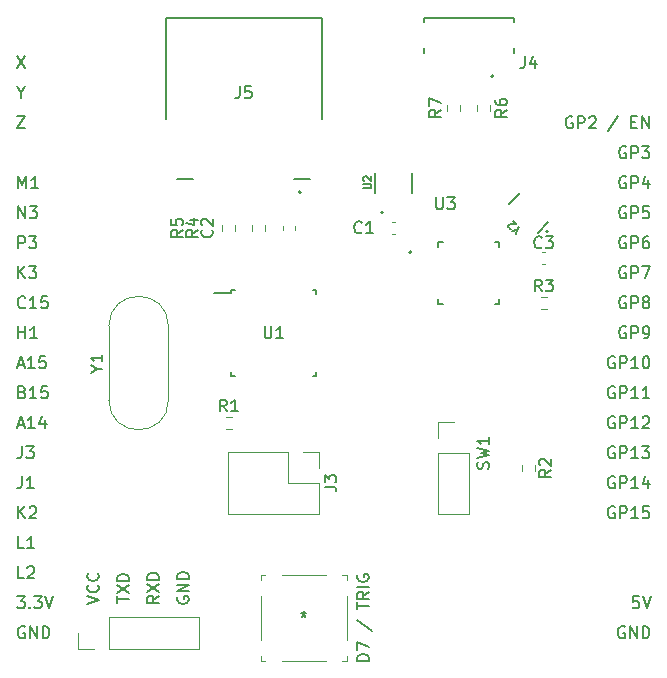
<source format=gbr>
%TF.GenerationSoftware,KiCad,Pcbnew,(6.0.5)*%
%TF.CreationDate,2022-09-12T21:51:21+10:00*%
%TF.ProjectId,shield,73686965-6c64-42e6-9b69-6361645f7063,rev?*%
%TF.SameCoordinates,Original*%
%TF.FileFunction,Legend,Top*%
%TF.FilePolarity,Positive*%
%FSLAX46Y46*%
G04 Gerber Fmt 4.6, Leading zero omitted, Abs format (unit mm)*
G04 Created by KiCad (PCBNEW (6.0.5)) date 2022-09-12 21:51:21*
%MOMM*%
%LPD*%
G01*
G04 APERTURE LIST*
%ADD10C,0.150000*%
%ADD11C,0.127000*%
%ADD12C,0.200000*%
%ADD13C,0.120000*%
G04 APERTURE END LIST*
D10*
X54927619Y-92638571D02*
X55070476Y-92686190D01*
X55118095Y-92733809D01*
X55165714Y-92829047D01*
X55165714Y-92971904D01*
X55118095Y-93067142D01*
X55070476Y-93114761D01*
X54975238Y-93162380D01*
X54594286Y-93162380D01*
X54594286Y-92162380D01*
X54927619Y-92162380D01*
X55022857Y-92210000D01*
X55070476Y-92257619D01*
X55118095Y-92352857D01*
X55118095Y-92448095D01*
X55070476Y-92543333D01*
X55022857Y-92590952D01*
X54927619Y-92638571D01*
X54594286Y-92638571D01*
X56118095Y-93162380D02*
X55546667Y-93162380D01*
X55832381Y-93162380D02*
X55832381Y-92162380D01*
X55737143Y-92305238D01*
X55641905Y-92400476D01*
X55546667Y-92448095D01*
X57022857Y-92162380D02*
X56546667Y-92162380D01*
X56499048Y-92638571D01*
X56546667Y-92590952D01*
X56641905Y-92543333D01*
X56880000Y-92543333D01*
X56975238Y-92590952D01*
X57022857Y-92638571D01*
X57070476Y-92733809D01*
X57070476Y-92971904D01*
X57022857Y-93067142D01*
X56975238Y-93114761D01*
X56880000Y-93162380D01*
X56641905Y-93162380D01*
X56546667Y-93114761D01*
X56499048Y-93067142D01*
X107108571Y-109942380D02*
X106632381Y-109942380D01*
X106584762Y-110418571D01*
X106632381Y-110370952D01*
X106727619Y-110323333D01*
X106965714Y-110323333D01*
X107060952Y-110370952D01*
X107108571Y-110418571D01*
X107156190Y-110513809D01*
X107156190Y-110751904D01*
X107108571Y-110847142D01*
X107060952Y-110894761D01*
X106965714Y-110942380D01*
X106727619Y-110942380D01*
X106632381Y-110894761D01*
X106584762Y-110847142D01*
X107441905Y-109942380D02*
X107775238Y-110942380D01*
X108108571Y-109942380D01*
X55070476Y-108402380D02*
X54594285Y-108402380D01*
X54594285Y-107402380D01*
X55356190Y-107497619D02*
X55403809Y-107450000D01*
X55499047Y-107402380D01*
X55737143Y-107402380D01*
X55832381Y-107450000D01*
X55880000Y-107497619D01*
X55927619Y-107592857D01*
X55927619Y-107688095D01*
X55880000Y-107830952D01*
X55308571Y-108402380D01*
X55927619Y-108402380D01*
X54880000Y-99782380D02*
X54880000Y-100496666D01*
X54832381Y-100639523D01*
X54737143Y-100734761D01*
X54594286Y-100782380D01*
X54499048Y-100782380D01*
X55880000Y-100782380D02*
X55308572Y-100782380D01*
X55594286Y-100782380D02*
X55594286Y-99782380D01*
X55499048Y-99925238D01*
X55403810Y-100020476D01*
X55308572Y-100068095D01*
X68080000Y-109981904D02*
X68032380Y-110077142D01*
X68032380Y-110220000D01*
X68080000Y-110362857D01*
X68175238Y-110458095D01*
X68270476Y-110505714D01*
X68460952Y-110553333D01*
X68603809Y-110553333D01*
X68794285Y-110505714D01*
X68889523Y-110458095D01*
X68984761Y-110362857D01*
X69032380Y-110220000D01*
X69032380Y-110124761D01*
X68984761Y-109981904D01*
X68937142Y-109934285D01*
X68603809Y-109934285D01*
X68603809Y-110124761D01*
X69032380Y-109505714D02*
X68032380Y-109505714D01*
X69032380Y-108934285D01*
X68032380Y-108934285D01*
X69032380Y-108458095D02*
X68032380Y-108458095D01*
X68032380Y-108220000D01*
X68080000Y-108077142D01*
X68175238Y-107981904D01*
X68270476Y-107934285D01*
X68460952Y-107886666D01*
X68603809Y-107886666D01*
X68794285Y-107934285D01*
X68889523Y-107981904D01*
X68984761Y-108077142D01*
X69032380Y-108220000D01*
X69032380Y-108458095D01*
X106013333Y-79510000D02*
X105918095Y-79462380D01*
X105775238Y-79462380D01*
X105632380Y-79510000D01*
X105537142Y-79605238D01*
X105489523Y-79700476D01*
X105441904Y-79890952D01*
X105441904Y-80033809D01*
X105489523Y-80224285D01*
X105537142Y-80319523D01*
X105632380Y-80414761D01*
X105775238Y-80462380D01*
X105870476Y-80462380D01*
X106013333Y-80414761D01*
X106060952Y-80367142D01*
X106060952Y-80033809D01*
X105870476Y-80033809D01*
X106489523Y-80462380D02*
X106489523Y-79462380D01*
X106870476Y-79462380D01*
X106965714Y-79510000D01*
X107013333Y-79557619D01*
X107060952Y-79652857D01*
X107060952Y-79795714D01*
X107013333Y-79890952D01*
X106965714Y-79938571D01*
X106870476Y-79986190D01*
X106489523Y-79986190D01*
X107918095Y-79462380D02*
X107727619Y-79462380D01*
X107632380Y-79510000D01*
X107584761Y-79557619D01*
X107489523Y-79700476D01*
X107441904Y-79890952D01*
X107441904Y-80271904D01*
X107489523Y-80367142D01*
X107537142Y-80414761D01*
X107632380Y-80462380D01*
X107822857Y-80462380D01*
X107918095Y-80414761D01*
X107965714Y-80367142D01*
X108013333Y-80271904D01*
X108013333Y-80033809D01*
X107965714Y-79938571D01*
X107918095Y-79890952D01*
X107822857Y-79843333D01*
X107632380Y-79843333D01*
X107537142Y-79890952D01*
X107489523Y-79938571D01*
X107441904Y-80033809D01*
X54594285Y-83002380D02*
X54594285Y-82002380D01*
X55165714Y-83002380D02*
X54737142Y-82430952D01*
X55165714Y-82002380D02*
X54594285Y-82573809D01*
X55499047Y-82002380D02*
X56118095Y-82002380D01*
X55784761Y-82383333D01*
X55927619Y-82383333D01*
X56022857Y-82430952D01*
X56070476Y-82478571D01*
X56118095Y-82573809D01*
X56118095Y-82811904D01*
X56070476Y-82907142D01*
X56022857Y-82954761D01*
X55927619Y-83002380D01*
X55641904Y-83002380D01*
X55546666Y-82954761D01*
X55499047Y-82907142D01*
X54594286Y-77922380D02*
X54594286Y-76922380D01*
X55165714Y-77922380D01*
X55165714Y-76922380D01*
X55546667Y-76922380D02*
X56165714Y-76922380D01*
X55832381Y-77303333D01*
X55975238Y-77303333D01*
X56070476Y-77350952D01*
X56118095Y-77398571D01*
X56165714Y-77493809D01*
X56165714Y-77731904D01*
X56118095Y-77827142D01*
X56070476Y-77874761D01*
X55975238Y-77922380D01*
X55689524Y-77922380D01*
X55594286Y-77874761D01*
X55546667Y-77827142D01*
X101489524Y-69350000D02*
X101394286Y-69302380D01*
X101251429Y-69302380D01*
X101108572Y-69350000D01*
X101013334Y-69445238D01*
X100965715Y-69540476D01*
X100918095Y-69730952D01*
X100918095Y-69873809D01*
X100965715Y-70064285D01*
X101013334Y-70159523D01*
X101108572Y-70254761D01*
X101251429Y-70302380D01*
X101346667Y-70302380D01*
X101489524Y-70254761D01*
X101537143Y-70207142D01*
X101537143Y-69873809D01*
X101346667Y-69873809D01*
X101965715Y-70302380D02*
X101965715Y-69302380D01*
X102346667Y-69302380D01*
X102441905Y-69350000D01*
X102489524Y-69397619D01*
X102537143Y-69492857D01*
X102537143Y-69635714D01*
X102489524Y-69730952D01*
X102441905Y-69778571D01*
X102346667Y-69826190D01*
X101965715Y-69826190D01*
X102918095Y-69397619D02*
X102965715Y-69350000D01*
X103060953Y-69302380D01*
X103299048Y-69302380D01*
X103394286Y-69350000D01*
X103441905Y-69397619D01*
X103489524Y-69492857D01*
X103489524Y-69588095D01*
X103441905Y-69730952D01*
X102870476Y-70302380D01*
X103489524Y-70302380D01*
X105394286Y-69254761D02*
X104537143Y-70540476D01*
X106489524Y-69778571D02*
X106822857Y-69778571D01*
X106965715Y-70302380D02*
X106489524Y-70302380D01*
X106489524Y-69302380D01*
X106965715Y-69302380D01*
X107394286Y-70302380D02*
X107394286Y-69302380D01*
X107965715Y-70302380D01*
X107965715Y-69302380D01*
X54594286Y-75382380D02*
X54594286Y-74382380D01*
X54927619Y-75096666D01*
X55260952Y-74382380D01*
X55260952Y-75382380D01*
X56260952Y-75382380D02*
X55689524Y-75382380D01*
X55975238Y-75382380D02*
X55975238Y-74382380D01*
X55880000Y-74525238D01*
X55784762Y-74620476D01*
X55689524Y-74668095D01*
X105060952Y-94750000D02*
X104965714Y-94702380D01*
X104822857Y-94702380D01*
X104680000Y-94750000D01*
X104584762Y-94845238D01*
X104537143Y-94940476D01*
X104489524Y-95130952D01*
X104489524Y-95273809D01*
X104537143Y-95464285D01*
X104584762Y-95559523D01*
X104680000Y-95654761D01*
X104822857Y-95702380D01*
X104918095Y-95702380D01*
X105060952Y-95654761D01*
X105108571Y-95607142D01*
X105108571Y-95273809D01*
X104918095Y-95273809D01*
X105537143Y-95702380D02*
X105537143Y-94702380D01*
X105918095Y-94702380D01*
X106013333Y-94750000D01*
X106060952Y-94797619D01*
X106108571Y-94892857D01*
X106108571Y-95035714D01*
X106060952Y-95130952D01*
X106013333Y-95178571D01*
X105918095Y-95226190D01*
X105537143Y-95226190D01*
X107060952Y-95702380D02*
X106489524Y-95702380D01*
X106775238Y-95702380D02*
X106775238Y-94702380D01*
X106680000Y-94845238D01*
X106584762Y-94940476D01*
X106489524Y-94988095D01*
X107441905Y-94797619D02*
X107489524Y-94750000D01*
X107584762Y-94702380D01*
X107822857Y-94702380D01*
X107918095Y-94750000D01*
X107965714Y-94797619D01*
X108013333Y-94892857D01*
X108013333Y-94988095D01*
X107965714Y-95130952D01*
X107394286Y-95702380D01*
X108013333Y-95702380D01*
X66492380Y-109886666D02*
X66016190Y-110220000D01*
X66492380Y-110458095D02*
X65492380Y-110458095D01*
X65492380Y-110077142D01*
X65540000Y-109981904D01*
X65587619Y-109934285D01*
X65682857Y-109886666D01*
X65825714Y-109886666D01*
X65920952Y-109934285D01*
X65968571Y-109981904D01*
X66016190Y-110077142D01*
X66016190Y-110458095D01*
X65492380Y-109553333D02*
X66492380Y-108886666D01*
X65492380Y-108886666D02*
X66492380Y-109553333D01*
X66492380Y-108505714D02*
X65492380Y-108505714D01*
X65492380Y-108267619D01*
X65540000Y-108124761D01*
X65635238Y-108029523D01*
X65730476Y-107981904D01*
X65920952Y-107934285D01*
X66063809Y-107934285D01*
X66254285Y-107981904D01*
X66349523Y-108029523D01*
X66444761Y-108124761D01*
X66492380Y-108267619D01*
X66492380Y-108505714D01*
X54546666Y-95416666D02*
X55022857Y-95416666D01*
X54451428Y-95702380D02*
X54784762Y-94702380D01*
X55118095Y-95702380D01*
X55975238Y-95702380D02*
X55403809Y-95702380D01*
X55689523Y-95702380D02*
X55689523Y-94702380D01*
X55594285Y-94845238D01*
X55499047Y-94940476D01*
X55403809Y-94988095D01*
X56832381Y-95035714D02*
X56832381Y-95702380D01*
X56594285Y-94654761D02*
X56356190Y-95369047D01*
X56975238Y-95369047D01*
X54784762Y-67286190D02*
X54784762Y-67762380D01*
X54451428Y-66762380D02*
X54784762Y-67286190D01*
X55118095Y-66762380D01*
X105060952Y-89670000D02*
X104965714Y-89622380D01*
X104822857Y-89622380D01*
X104680000Y-89670000D01*
X104584762Y-89765238D01*
X104537143Y-89860476D01*
X104489524Y-90050952D01*
X104489524Y-90193809D01*
X104537143Y-90384285D01*
X104584762Y-90479523D01*
X104680000Y-90574761D01*
X104822857Y-90622380D01*
X104918095Y-90622380D01*
X105060952Y-90574761D01*
X105108571Y-90527142D01*
X105108571Y-90193809D01*
X104918095Y-90193809D01*
X105537143Y-90622380D02*
X105537143Y-89622380D01*
X105918095Y-89622380D01*
X106013333Y-89670000D01*
X106060952Y-89717619D01*
X106108571Y-89812857D01*
X106108571Y-89955714D01*
X106060952Y-90050952D01*
X106013333Y-90098571D01*
X105918095Y-90146190D01*
X105537143Y-90146190D01*
X107060952Y-90622380D02*
X106489524Y-90622380D01*
X106775238Y-90622380D02*
X106775238Y-89622380D01*
X106680000Y-89765238D01*
X106584762Y-89860476D01*
X106489524Y-89908095D01*
X107680000Y-89622380D02*
X107775238Y-89622380D01*
X107870476Y-89670000D01*
X107918095Y-89717619D01*
X107965714Y-89812857D01*
X108013333Y-90003333D01*
X108013333Y-90241428D01*
X107965714Y-90431904D01*
X107918095Y-90527142D01*
X107870476Y-90574761D01*
X107775238Y-90622380D01*
X107680000Y-90622380D01*
X107584762Y-90574761D01*
X107537143Y-90527142D01*
X107489524Y-90431904D01*
X107441905Y-90241428D01*
X107441905Y-90003333D01*
X107489524Y-89812857D01*
X107537143Y-89717619D01*
X107584762Y-89670000D01*
X107680000Y-89622380D01*
X105060952Y-97290000D02*
X104965714Y-97242380D01*
X104822857Y-97242380D01*
X104680000Y-97290000D01*
X104584762Y-97385238D01*
X104537143Y-97480476D01*
X104489524Y-97670952D01*
X104489524Y-97813809D01*
X104537143Y-98004285D01*
X104584762Y-98099523D01*
X104680000Y-98194761D01*
X104822857Y-98242380D01*
X104918095Y-98242380D01*
X105060952Y-98194761D01*
X105108571Y-98147142D01*
X105108571Y-97813809D01*
X104918095Y-97813809D01*
X105537143Y-98242380D02*
X105537143Y-97242380D01*
X105918095Y-97242380D01*
X106013333Y-97290000D01*
X106060952Y-97337619D01*
X106108571Y-97432857D01*
X106108571Y-97575714D01*
X106060952Y-97670952D01*
X106013333Y-97718571D01*
X105918095Y-97766190D01*
X105537143Y-97766190D01*
X107060952Y-98242380D02*
X106489524Y-98242380D01*
X106775238Y-98242380D02*
X106775238Y-97242380D01*
X106680000Y-97385238D01*
X106584762Y-97480476D01*
X106489524Y-97528095D01*
X107394286Y-97242380D02*
X108013333Y-97242380D01*
X107680000Y-97623333D01*
X107822857Y-97623333D01*
X107918095Y-97670952D01*
X107965714Y-97718571D01*
X108013333Y-97813809D01*
X108013333Y-98051904D01*
X107965714Y-98147142D01*
X107918095Y-98194761D01*
X107822857Y-98242380D01*
X107537143Y-98242380D01*
X107441905Y-98194761D01*
X107394286Y-98147142D01*
X105060952Y-99830000D02*
X104965714Y-99782380D01*
X104822857Y-99782380D01*
X104680000Y-99830000D01*
X104584762Y-99925238D01*
X104537143Y-100020476D01*
X104489524Y-100210952D01*
X104489524Y-100353809D01*
X104537143Y-100544285D01*
X104584762Y-100639523D01*
X104680000Y-100734761D01*
X104822857Y-100782380D01*
X104918095Y-100782380D01*
X105060952Y-100734761D01*
X105108571Y-100687142D01*
X105108571Y-100353809D01*
X104918095Y-100353809D01*
X105537143Y-100782380D02*
X105537143Y-99782380D01*
X105918095Y-99782380D01*
X106013333Y-99830000D01*
X106060952Y-99877619D01*
X106108571Y-99972857D01*
X106108571Y-100115714D01*
X106060952Y-100210952D01*
X106013333Y-100258571D01*
X105918095Y-100306190D01*
X105537143Y-100306190D01*
X107060952Y-100782380D02*
X106489524Y-100782380D01*
X106775238Y-100782380D02*
X106775238Y-99782380D01*
X106680000Y-99925238D01*
X106584762Y-100020476D01*
X106489524Y-100068095D01*
X107918095Y-100115714D02*
X107918095Y-100782380D01*
X107680000Y-99734761D02*
X107441905Y-100449047D01*
X108060952Y-100449047D01*
X105060952Y-102370000D02*
X104965714Y-102322380D01*
X104822857Y-102322380D01*
X104680000Y-102370000D01*
X104584762Y-102465238D01*
X104537143Y-102560476D01*
X104489524Y-102750952D01*
X104489524Y-102893809D01*
X104537143Y-103084285D01*
X104584762Y-103179523D01*
X104680000Y-103274761D01*
X104822857Y-103322380D01*
X104918095Y-103322380D01*
X105060952Y-103274761D01*
X105108571Y-103227142D01*
X105108571Y-102893809D01*
X104918095Y-102893809D01*
X105537143Y-103322380D02*
X105537143Y-102322380D01*
X105918095Y-102322380D01*
X106013333Y-102370000D01*
X106060952Y-102417619D01*
X106108571Y-102512857D01*
X106108571Y-102655714D01*
X106060952Y-102750952D01*
X106013333Y-102798571D01*
X105918095Y-102846190D01*
X105537143Y-102846190D01*
X107060952Y-103322380D02*
X106489524Y-103322380D01*
X106775238Y-103322380D02*
X106775238Y-102322380D01*
X106680000Y-102465238D01*
X106584762Y-102560476D01*
X106489524Y-102608095D01*
X107965714Y-102322380D02*
X107489524Y-102322380D01*
X107441905Y-102798571D01*
X107489524Y-102750952D01*
X107584762Y-102703333D01*
X107822857Y-102703333D01*
X107918095Y-102750952D01*
X107965714Y-102798571D01*
X108013333Y-102893809D01*
X108013333Y-103131904D01*
X107965714Y-103227142D01*
X107918095Y-103274761D01*
X107822857Y-103322380D01*
X107584762Y-103322380D01*
X107489524Y-103274761D01*
X107441905Y-103227142D01*
X54880000Y-97242380D02*
X54880000Y-97956666D01*
X54832381Y-98099523D01*
X54737143Y-98194761D01*
X54594286Y-98242380D01*
X54499048Y-98242380D01*
X55260953Y-97242380D02*
X55880000Y-97242380D01*
X55546667Y-97623333D01*
X55689524Y-97623333D01*
X55784762Y-97670952D01*
X55832381Y-97718571D01*
X55880000Y-97813809D01*
X55880000Y-98051904D01*
X55832381Y-98147142D01*
X55784762Y-98194761D01*
X55689524Y-98242380D01*
X55403810Y-98242380D01*
X55308572Y-98194761D01*
X55260953Y-98147142D01*
X106013333Y-76970000D02*
X105918095Y-76922380D01*
X105775238Y-76922380D01*
X105632380Y-76970000D01*
X105537142Y-77065238D01*
X105489523Y-77160476D01*
X105441904Y-77350952D01*
X105441904Y-77493809D01*
X105489523Y-77684285D01*
X105537142Y-77779523D01*
X105632380Y-77874761D01*
X105775238Y-77922380D01*
X105870476Y-77922380D01*
X106013333Y-77874761D01*
X106060952Y-77827142D01*
X106060952Y-77493809D01*
X105870476Y-77493809D01*
X106489523Y-77922380D02*
X106489523Y-76922380D01*
X106870476Y-76922380D01*
X106965714Y-76970000D01*
X107013333Y-77017619D01*
X107060952Y-77112857D01*
X107060952Y-77255714D01*
X107013333Y-77350952D01*
X106965714Y-77398571D01*
X106870476Y-77446190D01*
X106489523Y-77446190D01*
X107965714Y-76922380D02*
X107489523Y-76922380D01*
X107441904Y-77398571D01*
X107489523Y-77350952D01*
X107584761Y-77303333D01*
X107822857Y-77303333D01*
X107918095Y-77350952D01*
X107965714Y-77398571D01*
X108013333Y-77493809D01*
X108013333Y-77731904D01*
X107965714Y-77827142D01*
X107918095Y-77874761D01*
X107822857Y-77922380D01*
X107584761Y-77922380D01*
X107489523Y-77874761D01*
X107441904Y-77827142D01*
X55118095Y-112530000D02*
X55022857Y-112482380D01*
X54880000Y-112482380D01*
X54737142Y-112530000D01*
X54641904Y-112625238D01*
X54594285Y-112720476D01*
X54546666Y-112910952D01*
X54546666Y-113053809D01*
X54594285Y-113244285D01*
X54641904Y-113339523D01*
X54737142Y-113434761D01*
X54880000Y-113482380D01*
X54975238Y-113482380D01*
X55118095Y-113434761D01*
X55165714Y-113387142D01*
X55165714Y-113053809D01*
X54975238Y-113053809D01*
X55594285Y-113482380D02*
X55594285Y-112482380D01*
X56165714Y-113482380D01*
X56165714Y-112482380D01*
X56641904Y-113482380D02*
X56641904Y-112482380D01*
X56880000Y-112482380D01*
X57022857Y-112530000D01*
X57118095Y-112625238D01*
X57165714Y-112720476D01*
X57213333Y-112910952D01*
X57213333Y-113053809D01*
X57165714Y-113244285D01*
X57118095Y-113339523D01*
X57022857Y-113434761D01*
X56880000Y-113482380D01*
X56641904Y-113482380D01*
X106013333Y-84590000D02*
X105918095Y-84542380D01*
X105775238Y-84542380D01*
X105632380Y-84590000D01*
X105537142Y-84685238D01*
X105489523Y-84780476D01*
X105441904Y-84970952D01*
X105441904Y-85113809D01*
X105489523Y-85304285D01*
X105537142Y-85399523D01*
X105632380Y-85494761D01*
X105775238Y-85542380D01*
X105870476Y-85542380D01*
X106013333Y-85494761D01*
X106060952Y-85447142D01*
X106060952Y-85113809D01*
X105870476Y-85113809D01*
X106489523Y-85542380D02*
X106489523Y-84542380D01*
X106870476Y-84542380D01*
X106965714Y-84590000D01*
X107013333Y-84637619D01*
X107060952Y-84732857D01*
X107060952Y-84875714D01*
X107013333Y-84970952D01*
X106965714Y-85018571D01*
X106870476Y-85066190D01*
X106489523Y-85066190D01*
X107632380Y-84970952D02*
X107537142Y-84923333D01*
X107489523Y-84875714D01*
X107441904Y-84780476D01*
X107441904Y-84732857D01*
X107489523Y-84637619D01*
X107537142Y-84590000D01*
X107632380Y-84542380D01*
X107822857Y-84542380D01*
X107918095Y-84590000D01*
X107965714Y-84637619D01*
X108013333Y-84732857D01*
X108013333Y-84780476D01*
X107965714Y-84875714D01*
X107918095Y-84923333D01*
X107822857Y-84970952D01*
X107632380Y-84970952D01*
X107537142Y-85018571D01*
X107489523Y-85066190D01*
X107441904Y-85161428D01*
X107441904Y-85351904D01*
X107489523Y-85447142D01*
X107537142Y-85494761D01*
X107632380Y-85542380D01*
X107822857Y-85542380D01*
X107918095Y-85494761D01*
X107965714Y-85447142D01*
X108013333Y-85351904D01*
X108013333Y-85161428D01*
X107965714Y-85066190D01*
X107918095Y-85018571D01*
X107822857Y-84970952D01*
X54594285Y-103322380D02*
X54594285Y-102322380D01*
X55165714Y-103322380D02*
X54737142Y-102750952D01*
X55165714Y-102322380D02*
X54594285Y-102893809D01*
X55546666Y-102417619D02*
X55594285Y-102370000D01*
X55689523Y-102322380D01*
X55927619Y-102322380D01*
X56022857Y-102370000D01*
X56070476Y-102417619D01*
X56118095Y-102512857D01*
X56118095Y-102608095D01*
X56070476Y-102750952D01*
X55499047Y-103322380D01*
X56118095Y-103322380D01*
X54499047Y-109942380D02*
X55118095Y-109942380D01*
X54784761Y-110323333D01*
X54927618Y-110323333D01*
X55022857Y-110370952D01*
X55070476Y-110418571D01*
X55118095Y-110513809D01*
X55118095Y-110751904D01*
X55070476Y-110847142D01*
X55022857Y-110894761D01*
X54927618Y-110942380D01*
X54641904Y-110942380D01*
X54546666Y-110894761D01*
X54499047Y-110847142D01*
X55546666Y-110847142D02*
X55594285Y-110894761D01*
X55546666Y-110942380D01*
X55499047Y-110894761D01*
X55546666Y-110847142D01*
X55546666Y-110942380D01*
X55927618Y-109942380D02*
X56546666Y-109942380D01*
X56213333Y-110323333D01*
X56356190Y-110323333D01*
X56451428Y-110370952D01*
X56499047Y-110418571D01*
X56546666Y-110513809D01*
X56546666Y-110751904D01*
X56499047Y-110847142D01*
X56451428Y-110894761D01*
X56356190Y-110942380D01*
X56070476Y-110942380D01*
X55975238Y-110894761D01*
X55927618Y-110847142D01*
X56832380Y-109942380D02*
X57165714Y-110942380D01*
X57499047Y-109942380D01*
X54594285Y-80462380D02*
X54594285Y-79462380D01*
X54975238Y-79462380D01*
X55070476Y-79510000D01*
X55118095Y-79557619D01*
X55165714Y-79652857D01*
X55165714Y-79795714D01*
X55118095Y-79890952D01*
X55070476Y-79938571D01*
X54975238Y-79986190D01*
X54594285Y-79986190D01*
X55499047Y-79462380D02*
X56118095Y-79462380D01*
X55784761Y-79843333D01*
X55927619Y-79843333D01*
X56022857Y-79890952D01*
X56070476Y-79938571D01*
X56118095Y-80033809D01*
X56118095Y-80271904D01*
X56070476Y-80367142D01*
X56022857Y-80414761D01*
X55927619Y-80462380D01*
X55641904Y-80462380D01*
X55546666Y-80414761D01*
X55499047Y-80367142D01*
X54594286Y-88082380D02*
X54594286Y-87082380D01*
X54594286Y-87558571D02*
X55165714Y-87558571D01*
X55165714Y-88082380D02*
X55165714Y-87082380D01*
X56165714Y-88082380D02*
X55594286Y-88082380D01*
X55880000Y-88082380D02*
X55880000Y-87082380D01*
X55784762Y-87225238D01*
X55689524Y-87320476D01*
X55594286Y-87368095D01*
X106013333Y-74430000D02*
X105918095Y-74382380D01*
X105775238Y-74382380D01*
X105632380Y-74430000D01*
X105537142Y-74525238D01*
X105489523Y-74620476D01*
X105441904Y-74810952D01*
X105441904Y-74953809D01*
X105489523Y-75144285D01*
X105537142Y-75239523D01*
X105632380Y-75334761D01*
X105775238Y-75382380D01*
X105870476Y-75382380D01*
X106013333Y-75334761D01*
X106060952Y-75287142D01*
X106060952Y-74953809D01*
X105870476Y-74953809D01*
X106489523Y-75382380D02*
X106489523Y-74382380D01*
X106870476Y-74382380D01*
X106965714Y-74430000D01*
X107013333Y-74477619D01*
X107060952Y-74572857D01*
X107060952Y-74715714D01*
X107013333Y-74810952D01*
X106965714Y-74858571D01*
X106870476Y-74906190D01*
X106489523Y-74906190D01*
X107918095Y-74715714D02*
X107918095Y-75382380D01*
X107679999Y-74334761D02*
X107441904Y-75049047D01*
X108060952Y-75049047D01*
X55165714Y-85447142D02*
X55118095Y-85494761D01*
X54975238Y-85542380D01*
X54880000Y-85542380D01*
X54737143Y-85494761D01*
X54641905Y-85399523D01*
X54594286Y-85304285D01*
X54546667Y-85113809D01*
X54546667Y-84970952D01*
X54594286Y-84780476D01*
X54641905Y-84685238D01*
X54737143Y-84590000D01*
X54880000Y-84542380D01*
X54975238Y-84542380D01*
X55118095Y-84590000D01*
X55165714Y-84637619D01*
X56118095Y-85542380D02*
X55546667Y-85542380D01*
X55832381Y-85542380D02*
X55832381Y-84542380D01*
X55737143Y-84685238D01*
X55641905Y-84780476D01*
X55546667Y-84828095D01*
X57022857Y-84542380D02*
X56546667Y-84542380D01*
X56499048Y-85018571D01*
X56546667Y-84970952D01*
X56641905Y-84923333D01*
X56880000Y-84923333D01*
X56975238Y-84970952D01*
X57022857Y-85018571D01*
X57070476Y-85113809D01*
X57070476Y-85351904D01*
X57022857Y-85447142D01*
X56975238Y-85494761D01*
X56880000Y-85542380D01*
X56641905Y-85542380D01*
X56546667Y-85494761D01*
X56499048Y-85447142D01*
X105060952Y-92210000D02*
X104965714Y-92162380D01*
X104822857Y-92162380D01*
X104680000Y-92210000D01*
X104584762Y-92305238D01*
X104537143Y-92400476D01*
X104489524Y-92590952D01*
X104489524Y-92733809D01*
X104537143Y-92924285D01*
X104584762Y-93019523D01*
X104680000Y-93114761D01*
X104822857Y-93162380D01*
X104918095Y-93162380D01*
X105060952Y-93114761D01*
X105108571Y-93067142D01*
X105108571Y-92733809D01*
X104918095Y-92733809D01*
X105537143Y-93162380D02*
X105537143Y-92162380D01*
X105918095Y-92162380D01*
X106013333Y-92210000D01*
X106060952Y-92257619D01*
X106108571Y-92352857D01*
X106108571Y-92495714D01*
X106060952Y-92590952D01*
X106013333Y-92638571D01*
X105918095Y-92686190D01*
X105537143Y-92686190D01*
X107060952Y-93162380D02*
X106489524Y-93162380D01*
X106775238Y-93162380D02*
X106775238Y-92162380D01*
X106680000Y-92305238D01*
X106584762Y-92400476D01*
X106489524Y-92448095D01*
X108013333Y-93162380D02*
X107441905Y-93162380D01*
X107727619Y-93162380D02*
X107727619Y-92162380D01*
X107632381Y-92305238D01*
X107537143Y-92400476D01*
X107441905Y-92448095D01*
X105918095Y-112530000D02*
X105822857Y-112482380D01*
X105680000Y-112482380D01*
X105537142Y-112530000D01*
X105441904Y-112625238D01*
X105394285Y-112720476D01*
X105346666Y-112910952D01*
X105346666Y-113053809D01*
X105394285Y-113244285D01*
X105441904Y-113339523D01*
X105537142Y-113434761D01*
X105680000Y-113482380D01*
X105775238Y-113482380D01*
X105918095Y-113434761D01*
X105965714Y-113387142D01*
X105965714Y-113053809D01*
X105775238Y-113053809D01*
X106394285Y-113482380D02*
X106394285Y-112482380D01*
X106965714Y-113482380D01*
X106965714Y-112482380D01*
X107441904Y-113482380D02*
X107441904Y-112482380D01*
X107680000Y-112482380D01*
X107822857Y-112530000D01*
X107918095Y-112625238D01*
X107965714Y-112720476D01*
X108013333Y-112910952D01*
X108013333Y-113053809D01*
X107965714Y-113244285D01*
X107918095Y-113339523D01*
X107822857Y-113434761D01*
X107680000Y-113482380D01*
X107441904Y-113482380D01*
X54499047Y-64222380D02*
X55165714Y-65222380D01*
X55165714Y-64222380D02*
X54499047Y-65222380D01*
X55070476Y-105862380D02*
X54594285Y-105862380D01*
X54594285Y-104862380D01*
X55927619Y-105862380D02*
X55356190Y-105862380D01*
X55641904Y-105862380D02*
X55641904Y-104862380D01*
X55546666Y-105005238D01*
X55451428Y-105100476D01*
X55356190Y-105148095D01*
X106013333Y-71890000D02*
X105918095Y-71842380D01*
X105775238Y-71842380D01*
X105632380Y-71890000D01*
X105537142Y-71985238D01*
X105489523Y-72080476D01*
X105441904Y-72270952D01*
X105441904Y-72413809D01*
X105489523Y-72604285D01*
X105537142Y-72699523D01*
X105632380Y-72794761D01*
X105775238Y-72842380D01*
X105870476Y-72842380D01*
X106013333Y-72794761D01*
X106060952Y-72747142D01*
X106060952Y-72413809D01*
X105870476Y-72413809D01*
X106489523Y-72842380D02*
X106489523Y-71842380D01*
X106870476Y-71842380D01*
X106965714Y-71890000D01*
X107013333Y-71937619D01*
X107060952Y-72032857D01*
X107060952Y-72175714D01*
X107013333Y-72270952D01*
X106965714Y-72318571D01*
X106870476Y-72366190D01*
X106489523Y-72366190D01*
X107394285Y-71842380D02*
X108013333Y-71842380D01*
X107679999Y-72223333D01*
X107822857Y-72223333D01*
X107918095Y-72270952D01*
X107965714Y-72318571D01*
X108013333Y-72413809D01*
X108013333Y-72651904D01*
X107965714Y-72747142D01*
X107918095Y-72794761D01*
X107822857Y-72842380D01*
X107537142Y-72842380D01*
X107441904Y-72794761D01*
X107394285Y-72747142D01*
X106013333Y-82050000D02*
X105918095Y-82002380D01*
X105775238Y-82002380D01*
X105632380Y-82050000D01*
X105537142Y-82145238D01*
X105489523Y-82240476D01*
X105441904Y-82430952D01*
X105441904Y-82573809D01*
X105489523Y-82764285D01*
X105537142Y-82859523D01*
X105632380Y-82954761D01*
X105775238Y-83002380D01*
X105870476Y-83002380D01*
X106013333Y-82954761D01*
X106060952Y-82907142D01*
X106060952Y-82573809D01*
X105870476Y-82573809D01*
X106489523Y-83002380D02*
X106489523Y-82002380D01*
X106870476Y-82002380D01*
X106965714Y-82050000D01*
X107013333Y-82097619D01*
X107060952Y-82192857D01*
X107060952Y-82335714D01*
X107013333Y-82430952D01*
X106965714Y-82478571D01*
X106870476Y-82526190D01*
X106489523Y-82526190D01*
X107394285Y-82002380D02*
X108060952Y-82002380D01*
X107632380Y-83002380D01*
X62952380Y-110481904D02*
X62952380Y-109910476D01*
X63952380Y-110196190D02*
X62952380Y-110196190D01*
X62952380Y-109672380D02*
X63952380Y-109005714D01*
X62952380Y-109005714D02*
X63952380Y-109672380D01*
X63952380Y-108624761D02*
X62952380Y-108624761D01*
X62952380Y-108386666D01*
X63000000Y-108243809D01*
X63095238Y-108148571D01*
X63190476Y-108100952D01*
X63380952Y-108053333D01*
X63523809Y-108053333D01*
X63714285Y-108100952D01*
X63809523Y-108148571D01*
X63904761Y-108243809D01*
X63952380Y-108386666D01*
X63952380Y-108624761D01*
X106013333Y-87130000D02*
X105918095Y-87082380D01*
X105775238Y-87082380D01*
X105632380Y-87130000D01*
X105537142Y-87225238D01*
X105489523Y-87320476D01*
X105441904Y-87510952D01*
X105441904Y-87653809D01*
X105489523Y-87844285D01*
X105537142Y-87939523D01*
X105632380Y-88034761D01*
X105775238Y-88082380D01*
X105870476Y-88082380D01*
X106013333Y-88034761D01*
X106060952Y-87987142D01*
X106060952Y-87653809D01*
X105870476Y-87653809D01*
X106489523Y-88082380D02*
X106489523Y-87082380D01*
X106870476Y-87082380D01*
X106965714Y-87130000D01*
X107013333Y-87177619D01*
X107060952Y-87272857D01*
X107060952Y-87415714D01*
X107013333Y-87510952D01*
X106965714Y-87558571D01*
X106870476Y-87606190D01*
X106489523Y-87606190D01*
X107537142Y-88082380D02*
X107727619Y-88082380D01*
X107822857Y-88034761D01*
X107870476Y-87987142D01*
X107965714Y-87844285D01*
X108013333Y-87653809D01*
X108013333Y-87272857D01*
X107965714Y-87177619D01*
X107918095Y-87130000D01*
X107822857Y-87082380D01*
X107632380Y-87082380D01*
X107537142Y-87130000D01*
X107489523Y-87177619D01*
X107441904Y-87272857D01*
X107441904Y-87510952D01*
X107489523Y-87606190D01*
X107537142Y-87653809D01*
X107632380Y-87701428D01*
X107822857Y-87701428D01*
X107918095Y-87653809D01*
X107965714Y-87606190D01*
X108013333Y-87510952D01*
X60412380Y-110553333D02*
X61412380Y-110220000D01*
X60412380Y-109886666D01*
X61317142Y-108981904D02*
X61364761Y-109029523D01*
X61412380Y-109172380D01*
X61412380Y-109267619D01*
X61364761Y-109410476D01*
X61269523Y-109505714D01*
X61174285Y-109553333D01*
X60983809Y-109600952D01*
X60840952Y-109600952D01*
X60650476Y-109553333D01*
X60555238Y-109505714D01*
X60460000Y-109410476D01*
X60412380Y-109267619D01*
X60412380Y-109172380D01*
X60460000Y-109029523D01*
X60507619Y-108981904D01*
X61317142Y-107981904D02*
X61364761Y-108029523D01*
X61412380Y-108172380D01*
X61412380Y-108267619D01*
X61364761Y-108410476D01*
X61269523Y-108505714D01*
X61174285Y-108553333D01*
X60983809Y-108600952D01*
X60840952Y-108600952D01*
X60650476Y-108553333D01*
X60555238Y-108505714D01*
X60460000Y-108410476D01*
X60412380Y-108267619D01*
X60412380Y-108172380D01*
X60460000Y-108029523D01*
X60507619Y-107981904D01*
X54546666Y-90336666D02*
X55022857Y-90336666D01*
X54451428Y-90622380D02*
X54784762Y-89622380D01*
X55118095Y-90622380D01*
X55975238Y-90622380D02*
X55403809Y-90622380D01*
X55689523Y-90622380D02*
X55689523Y-89622380D01*
X55594285Y-89765238D01*
X55499047Y-89860476D01*
X55403809Y-89908095D01*
X56880000Y-89622380D02*
X56403809Y-89622380D01*
X56356190Y-90098571D01*
X56403809Y-90050952D01*
X56499047Y-90003333D01*
X56737143Y-90003333D01*
X56832381Y-90050952D01*
X56880000Y-90098571D01*
X56927619Y-90193809D01*
X56927619Y-90431904D01*
X56880000Y-90527142D01*
X56832381Y-90574761D01*
X56737143Y-90622380D01*
X56499047Y-90622380D01*
X56403809Y-90574761D01*
X56356190Y-90527142D01*
X54499047Y-69302380D02*
X55165714Y-69302380D01*
X54499047Y-70302380D01*
X55165714Y-70302380D01*
%TO.C,Y2*%
X96765490Y-78880254D02*
X96980989Y-78664754D01*
X96679290Y-79268152D02*
X96765490Y-78880254D01*
X96377591Y-78966453D01*
X96291391Y-78794054D02*
X96248292Y-78794054D01*
X96183642Y-78772504D01*
X96075892Y-78664754D01*
X96054342Y-78600105D01*
X96054342Y-78557005D01*
X96075892Y-78492355D01*
X96118992Y-78449255D01*
X96205192Y-78406155D01*
X96722390Y-78406155D01*
X96442241Y-78126006D01*
%TO.C,J7*%
X84272380Y-115402857D02*
X83272380Y-115402857D01*
X83272380Y-115164761D01*
X83320000Y-115021904D01*
X83415238Y-114926666D01*
X83510476Y-114879047D01*
X83700952Y-114831428D01*
X83843809Y-114831428D01*
X84034285Y-114879047D01*
X84129523Y-114926666D01*
X84224761Y-115021904D01*
X84272380Y-115164761D01*
X84272380Y-115402857D01*
X83272380Y-114498095D02*
X83272380Y-113831428D01*
X84272380Y-114260000D01*
X83224761Y-111974285D02*
X84510476Y-112831428D01*
X83272380Y-111021904D02*
X83272380Y-110450476D01*
X84272380Y-110736190D02*
X83272380Y-110736190D01*
X84272380Y-109545714D02*
X83796190Y-109879047D01*
X84272380Y-110117142D02*
X83272380Y-110117142D01*
X83272380Y-109736190D01*
X83320000Y-109640952D01*
X83367619Y-109593333D01*
X83462857Y-109545714D01*
X83605714Y-109545714D01*
X83700952Y-109593333D01*
X83748571Y-109640952D01*
X83796190Y-109736190D01*
X83796190Y-110117142D01*
X84272380Y-109117142D02*
X83272380Y-109117142D01*
X83320000Y-108117142D02*
X83272380Y-108212380D01*
X83272380Y-108355238D01*
X83320000Y-108498095D01*
X83415238Y-108593333D01*
X83510476Y-108640952D01*
X83700952Y-108688571D01*
X83843809Y-108688571D01*
X84034285Y-108640952D01*
X84129523Y-108593333D01*
X84224761Y-108498095D01*
X84272380Y-108355238D01*
X84272380Y-108260000D01*
X84224761Y-108117142D01*
X84177142Y-108069523D01*
X83843809Y-108069523D01*
X83843809Y-108260000D01*
X78740000Y-111212380D02*
X78740000Y-111450476D01*
X78501904Y-111355238D02*
X78740000Y-111450476D01*
X78978095Y-111355238D01*
X78597142Y-111640952D02*
X78740000Y-111450476D01*
X78882857Y-111640952D01*
%TO.C,J4*%
X97456666Y-64222380D02*
X97456666Y-64936666D01*
X97409047Y-65079523D01*
X97313809Y-65174761D01*
X97170952Y-65222380D01*
X97075714Y-65222380D01*
X98361428Y-64555714D02*
X98361428Y-65222380D01*
X98123333Y-64174761D02*
X97885238Y-64889047D01*
X98504285Y-64889047D01*
%TO.C,J3*%
X80507380Y-100658333D02*
X81221666Y-100658333D01*
X81364523Y-100705952D01*
X81459761Y-100801190D01*
X81507380Y-100944047D01*
X81507380Y-101039285D01*
X80507380Y-100277380D02*
X80507380Y-99658333D01*
X80888333Y-99991666D01*
X80888333Y-99848809D01*
X80935952Y-99753571D01*
X80983571Y-99705952D01*
X81078809Y-99658333D01*
X81316904Y-99658333D01*
X81412142Y-99705952D01*
X81459761Y-99753571D01*
X81507380Y-99848809D01*
X81507380Y-100134523D01*
X81459761Y-100229761D01*
X81412142Y-100277380D01*
%TO.C,C2*%
X70969142Y-78906666D02*
X71016761Y-78954285D01*
X71064380Y-79097142D01*
X71064380Y-79192380D01*
X71016761Y-79335238D01*
X70921523Y-79430476D01*
X70826285Y-79478095D01*
X70635809Y-79525714D01*
X70492952Y-79525714D01*
X70302476Y-79478095D01*
X70207238Y-79430476D01*
X70112000Y-79335238D01*
X70064380Y-79192380D01*
X70064380Y-79097142D01*
X70112000Y-78954285D01*
X70159619Y-78906666D01*
X70159619Y-78525714D02*
X70112000Y-78478095D01*
X70064380Y-78382857D01*
X70064380Y-78144761D01*
X70112000Y-78049523D01*
X70159619Y-78001904D01*
X70254857Y-77954285D01*
X70350095Y-77954285D01*
X70492952Y-78001904D01*
X71064380Y-78573333D01*
X71064380Y-77954285D01*
%TO.C,R1*%
X72223333Y-94272380D02*
X71890000Y-93796190D01*
X71651904Y-94272380D02*
X71651904Y-93272380D01*
X72032857Y-93272380D01*
X72128095Y-93320000D01*
X72175714Y-93367619D01*
X72223333Y-93462857D01*
X72223333Y-93605714D01*
X72175714Y-93700952D01*
X72128095Y-93748571D01*
X72032857Y-93796190D01*
X71651904Y-93796190D01*
X73175714Y-94272380D02*
X72604285Y-94272380D01*
X72890000Y-94272380D02*
X72890000Y-93272380D01*
X72794761Y-93415238D01*
X72699523Y-93510476D01*
X72604285Y-93558095D01*
%TO.C,U1*%
X75438095Y-87082380D02*
X75438095Y-87891904D01*
X75485714Y-87987142D01*
X75533333Y-88034761D01*
X75628571Y-88082380D01*
X75819047Y-88082380D01*
X75914285Y-88034761D01*
X75961904Y-87987142D01*
X76009523Y-87891904D01*
X76009523Y-87082380D01*
X77009523Y-88082380D02*
X76438095Y-88082380D01*
X76723809Y-88082380D02*
X76723809Y-87082380D01*
X76628571Y-87225238D01*
X76533333Y-87320476D01*
X76438095Y-87368095D01*
%TO.C,C1*%
X83653333Y-79097142D02*
X83605714Y-79144761D01*
X83462857Y-79192380D01*
X83367619Y-79192380D01*
X83224761Y-79144761D01*
X83129523Y-79049523D01*
X83081904Y-78954285D01*
X83034285Y-78763809D01*
X83034285Y-78620952D01*
X83081904Y-78430476D01*
X83129523Y-78335238D01*
X83224761Y-78240000D01*
X83367619Y-78192380D01*
X83462857Y-78192380D01*
X83605714Y-78240000D01*
X83653333Y-78287619D01*
X84605714Y-79192380D02*
X84034285Y-79192380D01*
X84320000Y-79192380D02*
X84320000Y-78192380D01*
X84224761Y-78335238D01*
X84129523Y-78430476D01*
X84034285Y-78478095D01*
%TO.C,R3*%
X98893333Y-84112380D02*
X98560000Y-83636190D01*
X98321904Y-84112380D02*
X98321904Y-83112380D01*
X98702857Y-83112380D01*
X98798095Y-83160000D01*
X98845714Y-83207619D01*
X98893333Y-83302857D01*
X98893333Y-83445714D01*
X98845714Y-83540952D01*
X98798095Y-83588571D01*
X98702857Y-83636190D01*
X98321904Y-83636190D01*
X99226666Y-83112380D02*
X99845714Y-83112380D01*
X99512380Y-83493333D01*
X99655238Y-83493333D01*
X99750476Y-83540952D01*
X99798095Y-83588571D01*
X99845714Y-83683809D01*
X99845714Y-83921904D01*
X99798095Y-84017142D01*
X99750476Y-84064761D01*
X99655238Y-84112380D01*
X99369523Y-84112380D01*
X99274285Y-84064761D01*
X99226666Y-84017142D01*
%TO.C,U3*%
X89963095Y-76157380D02*
X89963095Y-76966904D01*
X90010714Y-77062142D01*
X90058333Y-77109761D01*
X90153571Y-77157380D01*
X90344047Y-77157380D01*
X90439285Y-77109761D01*
X90486904Y-77062142D01*
X90534523Y-76966904D01*
X90534523Y-76157380D01*
X90915476Y-76157380D02*
X91534523Y-76157380D01*
X91201190Y-76538333D01*
X91344047Y-76538333D01*
X91439285Y-76585952D01*
X91486904Y-76633571D01*
X91534523Y-76728809D01*
X91534523Y-76966904D01*
X91486904Y-77062142D01*
X91439285Y-77109761D01*
X91344047Y-77157380D01*
X91058333Y-77157380D01*
X90963095Y-77109761D01*
X90915476Y-77062142D01*
%TO.C,R4*%
X69794380Y-78906666D02*
X69318190Y-79240000D01*
X69794380Y-79478095D02*
X68794380Y-79478095D01*
X68794380Y-79097142D01*
X68842000Y-79001904D01*
X68889619Y-78954285D01*
X68984857Y-78906666D01*
X69127714Y-78906666D01*
X69222952Y-78954285D01*
X69270571Y-79001904D01*
X69318190Y-79097142D01*
X69318190Y-79478095D01*
X69127714Y-78049523D02*
X69794380Y-78049523D01*
X68746761Y-78287619D02*
X69461047Y-78525714D01*
X69461047Y-77906666D01*
%TO.C,R7*%
X90368380Y-68746666D02*
X89892190Y-69080000D01*
X90368380Y-69318095D02*
X89368380Y-69318095D01*
X89368380Y-68937142D01*
X89416000Y-68841904D01*
X89463619Y-68794285D01*
X89558857Y-68746666D01*
X89701714Y-68746666D01*
X89796952Y-68794285D01*
X89844571Y-68841904D01*
X89892190Y-68937142D01*
X89892190Y-69318095D01*
X89368380Y-68413333D02*
X89368380Y-67746666D01*
X90368380Y-68175238D01*
%TO.C,R2*%
X99672380Y-99226666D02*
X99196190Y-99560000D01*
X99672380Y-99798095D02*
X98672380Y-99798095D01*
X98672380Y-99417142D01*
X98720000Y-99321904D01*
X98767619Y-99274285D01*
X98862857Y-99226666D01*
X99005714Y-99226666D01*
X99100952Y-99274285D01*
X99148571Y-99321904D01*
X99196190Y-99417142D01*
X99196190Y-99798095D01*
X98767619Y-98845714D02*
X98720000Y-98798095D01*
X98672380Y-98702857D01*
X98672380Y-98464761D01*
X98720000Y-98369523D01*
X98767619Y-98321904D01*
X98862857Y-98274285D01*
X98958095Y-98274285D01*
X99100952Y-98321904D01*
X99672380Y-98893333D01*
X99672380Y-98274285D01*
%TO.C,Y1*%
X61221190Y-90656190D02*
X61697380Y-90656190D01*
X60697380Y-90989523D02*
X61221190Y-90656190D01*
X60697380Y-90322857D01*
X61697380Y-89465714D02*
X61697380Y-90037142D01*
X61697380Y-89751428D02*
X60697380Y-89751428D01*
X60840238Y-89846666D01*
X60935476Y-89941904D01*
X60983095Y-90037142D01*
%TO.C,U2*%
X83803123Y-75385619D02*
X84321219Y-75385619D01*
X84382171Y-75355142D01*
X84412647Y-75324666D01*
X84443123Y-75263714D01*
X84443123Y-75141809D01*
X84412647Y-75080857D01*
X84382171Y-75050380D01*
X84321219Y-75019904D01*
X83803123Y-75019904D01*
X83864076Y-74745619D02*
X83833600Y-74715142D01*
X83803123Y-74654190D01*
X83803123Y-74501809D01*
X83833600Y-74440857D01*
X83864076Y-74410380D01*
X83925028Y-74379904D01*
X83985980Y-74379904D01*
X84077409Y-74410380D01*
X84443123Y-74776095D01*
X84443123Y-74379904D01*
%TO.C,C3*%
X98893333Y-80367142D02*
X98845714Y-80414761D01*
X98702857Y-80462380D01*
X98607619Y-80462380D01*
X98464761Y-80414761D01*
X98369523Y-80319523D01*
X98321904Y-80224285D01*
X98274285Y-80033809D01*
X98274285Y-79890952D01*
X98321904Y-79700476D01*
X98369523Y-79605238D01*
X98464761Y-79510000D01*
X98607619Y-79462380D01*
X98702857Y-79462380D01*
X98845714Y-79510000D01*
X98893333Y-79557619D01*
X99226666Y-79462380D02*
X99845714Y-79462380D01*
X99512380Y-79843333D01*
X99655238Y-79843333D01*
X99750476Y-79890952D01*
X99798095Y-79938571D01*
X99845714Y-80033809D01*
X99845714Y-80271904D01*
X99798095Y-80367142D01*
X99750476Y-80414761D01*
X99655238Y-80462380D01*
X99369523Y-80462380D01*
X99274285Y-80414761D01*
X99226666Y-80367142D01*
%TO.C,SW1*%
X94384761Y-99123333D02*
X94432380Y-98980476D01*
X94432380Y-98742380D01*
X94384761Y-98647142D01*
X94337142Y-98599523D01*
X94241904Y-98551904D01*
X94146666Y-98551904D01*
X94051428Y-98599523D01*
X94003809Y-98647142D01*
X93956190Y-98742380D01*
X93908571Y-98932857D01*
X93860952Y-99028095D01*
X93813333Y-99075714D01*
X93718095Y-99123333D01*
X93622857Y-99123333D01*
X93527619Y-99075714D01*
X93480000Y-99028095D01*
X93432380Y-98932857D01*
X93432380Y-98694761D01*
X93480000Y-98551904D01*
X93432380Y-98218571D02*
X94432380Y-97980476D01*
X93718095Y-97790000D01*
X94432380Y-97599523D01*
X93432380Y-97361428D01*
X94432380Y-96456666D02*
X94432380Y-97028095D01*
X94432380Y-96742380D02*
X93432380Y-96742380D01*
X93575238Y-96837619D01*
X93670476Y-96932857D01*
X93718095Y-97028095D01*
%TO.C,R6*%
X95956380Y-68746666D02*
X95480190Y-69080000D01*
X95956380Y-69318095D02*
X94956380Y-69318095D01*
X94956380Y-68937142D01*
X95004000Y-68841904D01*
X95051619Y-68794285D01*
X95146857Y-68746666D01*
X95289714Y-68746666D01*
X95384952Y-68794285D01*
X95432571Y-68841904D01*
X95480190Y-68937142D01*
X95480190Y-69318095D01*
X94956380Y-67889523D02*
X94956380Y-68080000D01*
X95004000Y-68175238D01*
X95051619Y-68222857D01*
X95194476Y-68318095D01*
X95384952Y-68365714D01*
X95765904Y-68365714D01*
X95861142Y-68318095D01*
X95908761Y-68270476D01*
X95956380Y-68175238D01*
X95956380Y-67984761D01*
X95908761Y-67889523D01*
X95861142Y-67841904D01*
X95765904Y-67794285D01*
X95527809Y-67794285D01*
X95432571Y-67841904D01*
X95384952Y-67889523D01*
X95337333Y-67984761D01*
X95337333Y-68175238D01*
X95384952Y-68270476D01*
X95432571Y-68318095D01*
X95527809Y-68365714D01*
%TO.C,R5*%
X68524380Y-78906666D02*
X68048190Y-79240000D01*
X68524380Y-79478095D02*
X67524380Y-79478095D01*
X67524380Y-79097142D01*
X67572000Y-79001904D01*
X67619619Y-78954285D01*
X67714857Y-78906666D01*
X67857714Y-78906666D01*
X67952952Y-78954285D01*
X68000571Y-79001904D01*
X68048190Y-79097142D01*
X68048190Y-79478095D01*
X67524380Y-78001904D02*
X67524380Y-78478095D01*
X68000571Y-78525714D01*
X67952952Y-78478095D01*
X67905333Y-78382857D01*
X67905333Y-78144761D01*
X67952952Y-78049523D01*
X68000571Y-78001904D01*
X68095809Y-77954285D01*
X68333904Y-77954285D01*
X68429142Y-78001904D01*
X68476761Y-78049523D01*
X68524380Y-78144761D01*
X68524380Y-78382857D01*
X68476761Y-78478095D01*
X68429142Y-78525714D01*
%TO.C,J5*%
X73326666Y-66762380D02*
X73326666Y-67476666D01*
X73279047Y-67619523D01*
X73183809Y-67714761D01*
X73040952Y-67762380D01*
X72945714Y-67762380D01*
X74279047Y-66762380D02*
X73802857Y-66762380D01*
X73755238Y-67238571D01*
X73802857Y-67190952D01*
X73898095Y-67143333D01*
X74136190Y-67143333D01*
X74231428Y-67190952D01*
X74279047Y-67238571D01*
X74326666Y-67333809D01*
X74326666Y-67571904D01*
X74279047Y-67667142D01*
X74231428Y-67714761D01*
X74136190Y-67762380D01*
X73898095Y-67762380D01*
X73802857Y-67714761D01*
X73755238Y-67667142D01*
D11*
%TO.C,Y2*%
X98546604Y-79145843D02*
X99465843Y-78226604D01*
X96114157Y-76713396D02*
X97033396Y-75794157D01*
D12*
X99459777Y-79039777D02*
G75*
G03*
X99459777Y-79039777I-100000J0D01*
G01*
D13*
%TO.C,J7*%
X75107800Y-109904811D02*
X75107800Y-113615189D01*
X75107800Y-108127800D02*
X75107800Y-108509789D01*
X75489789Y-108127800D02*
X75107800Y-108127800D01*
X82372200Y-108509789D02*
X82372200Y-108127800D01*
X75107800Y-115392200D02*
X75489789Y-115392200D01*
X81990211Y-115392200D02*
X82372200Y-115392200D01*
X82372200Y-115392200D02*
X82372200Y-115010211D01*
X82372200Y-113615189D02*
X82372200Y-109904811D01*
X82372200Y-108127800D02*
X81990211Y-108127800D01*
X76884811Y-115392200D02*
X80595189Y-115392200D01*
X75107800Y-115010211D02*
X75107800Y-115392200D01*
X80595189Y-108127800D02*
X76884811Y-108127800D01*
D11*
%TO.C,J4*%
X96510000Y-63907800D02*
X96510000Y-63507800D01*
X88910000Y-61307800D02*
X88910000Y-61007800D01*
X96510000Y-60957800D02*
X88910000Y-60957800D01*
X96510000Y-61307800D02*
X96510000Y-61007800D01*
X88910000Y-63507800D02*
X88910000Y-63907800D01*
D12*
X94810000Y-65907800D02*
G75*
G03*
X94810000Y-65907800I-100000J0D01*
G01*
D13*
%TO.C,J3*%
X72315000Y-97725000D02*
X72315000Y-102925000D01*
X80055000Y-97725000D02*
X80055000Y-99055000D01*
X80055000Y-100325000D02*
X80055000Y-102925000D01*
X77455000Y-100325000D02*
X80055000Y-100325000D01*
X77455000Y-97725000D02*
X77455000Y-100325000D01*
X78725000Y-97725000D02*
X80055000Y-97725000D01*
X80055000Y-102925000D02*
X72315000Y-102925000D01*
X77455000Y-97725000D02*
X72315000Y-97725000D01*
%TO.C,C2*%
X76960000Y-78886267D02*
X76960000Y-78593733D01*
X77980000Y-78886267D02*
X77980000Y-78593733D01*
%TO.C,R1*%
X72135276Y-95772500D02*
X72644724Y-95772500D01*
X72135276Y-94727500D02*
X72644724Y-94727500D01*
D10*
%TO.C,U1*%
X72575000Y-91255000D02*
X72900000Y-91255000D01*
X72575000Y-84230000D02*
X71150000Y-84230000D01*
X79825000Y-91255000D02*
X79825000Y-90930000D01*
X72575000Y-91255000D02*
X72575000Y-90930000D01*
X79825000Y-84005000D02*
X79825000Y-84330000D01*
X72575000Y-84005000D02*
X72575000Y-84230000D01*
X79825000Y-91255000D02*
X79500000Y-91255000D01*
X79825000Y-84005000D02*
X79500000Y-84005000D01*
X72575000Y-84005000D02*
X72900000Y-84005000D01*
D13*
%TO.C,C1*%
X86506267Y-79250000D02*
X86213733Y-79250000D01*
X86506267Y-78230000D02*
X86213733Y-78230000D01*
%TO.C,R3*%
X98805276Y-85612500D02*
X99314724Y-85612500D01*
X98805276Y-84567500D02*
X99314724Y-84567500D01*
D11*
%TO.C,U3*%
X95310000Y-85150000D02*
X94920000Y-85150000D01*
X95310000Y-85150000D02*
X95310000Y-84760000D01*
X95310000Y-79950000D02*
X94920000Y-79950000D01*
X90110000Y-79950000D02*
X90110000Y-80340000D01*
X90110000Y-79950000D02*
X90500000Y-79950000D01*
X90110000Y-85150000D02*
X90110000Y-84760000D01*
X90110000Y-85150000D02*
X90500000Y-85150000D01*
X95310000Y-79950000D02*
X95310000Y-80340000D01*
D12*
X87870000Y-80800000D02*
G75*
G03*
X87870000Y-80800000I-100000J0D01*
G01*
D13*
%TO.C,R4*%
X74407500Y-78994724D02*
X74407500Y-78485276D01*
X75452500Y-78994724D02*
X75452500Y-78485276D01*
%TO.C,J6*%
X59640000Y-114360000D02*
X59640000Y-113030000D01*
X60970000Y-114360000D02*
X59640000Y-114360000D01*
X69920000Y-114360000D02*
X69920000Y-111700000D01*
X62240000Y-114360000D02*
X62240000Y-111700000D01*
X62240000Y-114360000D02*
X69920000Y-114360000D01*
X62240000Y-111700000D02*
X69920000Y-111700000D01*
%TO.C,R7*%
X91962500Y-68834724D02*
X91962500Y-68325276D01*
X90917500Y-68834724D02*
X90917500Y-68325276D01*
%TO.C,R2*%
X98312500Y-98805276D02*
X98312500Y-99314724D01*
X97267500Y-98805276D02*
X97267500Y-99314724D01*
%TO.C,Y1*%
X67295000Y-93305000D02*
X67295000Y-87055000D01*
X62245000Y-93305000D02*
X62245000Y-87055000D01*
X62245000Y-93305000D02*
G75*
G03*
X67295000Y-93305000I2525000J0D01*
G01*
X67295000Y-87055000D02*
G75*
G03*
X62245000Y-87055000I-2525000J0D01*
G01*
D11*
%TO.C,U2*%
X87930000Y-75810000D02*
X87930000Y-74050000D01*
X84790000Y-75810000D02*
X84790000Y-74050000D01*
D12*
X85460000Y-77430000D02*
G75*
G03*
X85460000Y-77430000I-100000J0D01*
G01*
D13*
%TO.C,C3*%
X99206267Y-80770000D02*
X98913733Y-80770000D01*
X99206267Y-81790000D02*
X98913733Y-81790000D01*
%TO.C,SW1*%
X90110000Y-95205000D02*
X91440000Y-95205000D01*
X92770000Y-97805000D02*
X92770000Y-102945000D01*
X90110000Y-97805000D02*
X92770000Y-97805000D01*
X90110000Y-96535000D02*
X90110000Y-95205000D01*
X90110000Y-102945000D02*
X92770000Y-102945000D01*
X90110000Y-97805000D02*
X90110000Y-102945000D01*
%TO.C,R6*%
X94502500Y-68834724D02*
X94502500Y-68325276D01*
X93457500Y-68834724D02*
X93457500Y-68325276D01*
%TO.C,R5*%
X71867500Y-78994724D02*
X71867500Y-78485276D01*
X72912500Y-78994724D02*
X72912500Y-78485276D01*
D12*
%TO.C,J5*%
X79310000Y-74630000D02*
X77960000Y-74630000D01*
X80260000Y-60930000D02*
X80260000Y-69480000D01*
X69360000Y-74630000D02*
X68010000Y-74630000D01*
X67060000Y-60930000D02*
X80260000Y-60930000D01*
X67060000Y-69480000D02*
X67060000Y-60930000D01*
X78510000Y-75730000D02*
G75*
G03*
X78510000Y-75730000I-100000J0D01*
G01*
%TD*%
M02*

</source>
